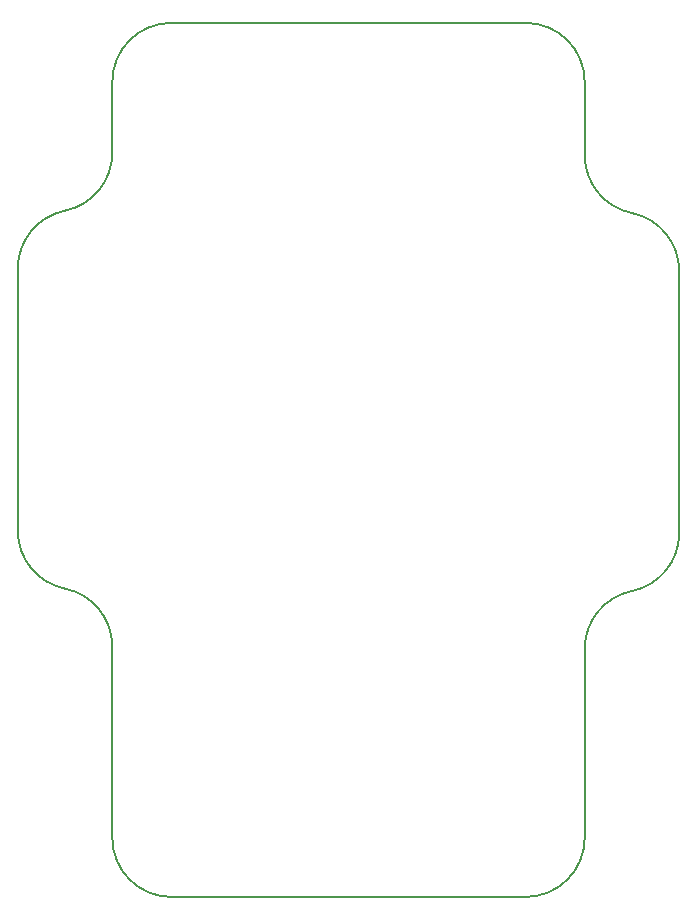
<source format=gbr>
%TF.GenerationSoftware,KiCad,Pcbnew,9.0.1*%
%TF.CreationDate,2025-04-26T03:22:34-04:00*%
%TF.ProjectId,MainBoardPCB,4d61696e-426f-4617-9264-5043422e6b69,rev?*%
%TF.SameCoordinates,Original*%
%TF.FileFunction,Profile,NP*%
%FSLAX46Y46*%
G04 Gerber Fmt 4.6, Leading zero omitted, Abs format (unit mm)*
G04 Created by KiCad (PCBNEW 9.0.1) date 2025-04-26 03:22:34*
%MOMM*%
%LPD*%
G01*
G04 APERTURE LIST*
%TA.AperFunction,Profile*%
%ADD10C,0.200000*%
%TD*%
G04 APERTURE END LIST*
D10*
X92535534Y-36101021D02*
G75*
G02*
X88535551Y-31194829I1000066J4899021D01*
G01*
X44535534Y-67898979D02*
G75*
G02*
X40535605Y-63000002I999966J4898879D01*
G01*
X92535534Y-36101021D02*
G75*
G02*
X96535622Y-41000000I-1000134J-4899179D01*
G01*
X83535400Y-20000000D02*
G75*
G02*
X88535533Y-24974410I0J-5000200D01*
G01*
X88535534Y-89000020D02*
G75*
G02*
X83535534Y-93999994I-4999974J0D01*
G01*
X88535534Y-89000020D02*
X88535534Y-73000000D01*
X48535534Y-25000030D02*
X48535534Y-31000020D01*
X88535534Y-73000000D02*
G75*
G02*
X92535523Y-68100969I5000066J0D01*
G01*
X83535400Y-20000000D02*
X53527815Y-20000000D01*
X96535534Y-63202040D02*
X96535534Y-41000000D01*
X48535534Y-31000020D02*
G75*
G02*
X44535534Y-35898978I-4999974J0D01*
G01*
X53535500Y-94000000D02*
X83535534Y-94000000D01*
X53535500Y-94000000D02*
G75*
G02*
X48535600Y-89000001I0J4999900D01*
G01*
X44535534Y-67898979D02*
G75*
G02*
X48535534Y-72809401I-1000034J-4899021D01*
G01*
X48535534Y-72809401D02*
X48535534Y-89000001D01*
X96535534Y-63202040D02*
G75*
G02*
X92535533Y-68101015I-4999994J0D01*
G01*
X88535534Y-31194829D02*
X88535534Y-24974410D01*
X48535534Y-25000030D02*
G75*
G02*
X53527815Y-20000000I5000036J0D01*
G01*
X40535534Y-40797960D02*
G75*
G02*
X44535535Y-35898984I4999996J0D01*
G01*
X40535534Y-40797960D02*
X40535534Y-63000002D01*
M02*

</source>
